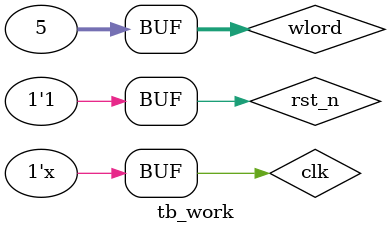
<source format=v>
`timescale 1ns/1ps

module tb_work();

reg clk;
reg rst_n;
reg [31:0]wlord;
wire [31:0]sp_out;
initial begin
    clk = 0 ;
    #10
    rst_n = 0;
    #20
    rst_n = 1;
//    wlord = $random()%100;
//    #1000 $stop;
    wlord = 32'h0002;
    #1000
    wlord = 32'h0003;
    #1000
    wlord = 32'd0004;
    #1000
    wlord = 32'd0005;
end

always # 5 clk = ~clk;
//always #100 wlord = wlord + 10;

spcounter uspcounter(
    .clk (clk)
    ,.rst_n (rst_n)
    ,.wlord (wlord)
    ,.sp_out (sp_out)
);

endmodule
</source>
